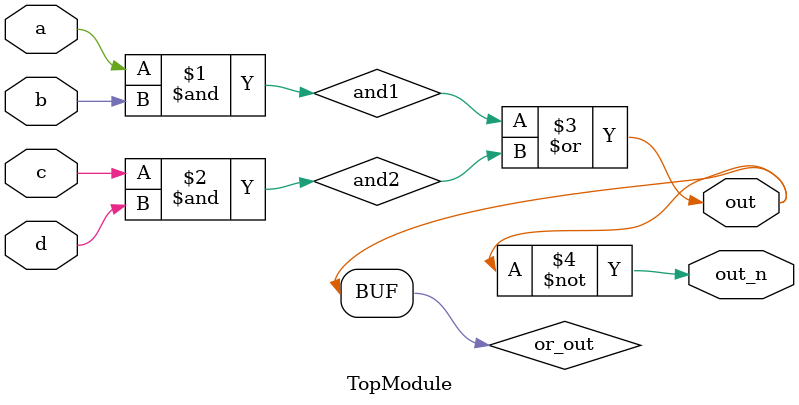
<source format=sv>

module TopModule (
  input a,
  input b,
  input c,
  input d,
  output out,
  output out_n
);
assign and1 = a & b;
assign and2 = c & d;
assign or_out = and1 | and2;
assign out = or_out;
assign out_n = ~out;

endmodule

</source>
